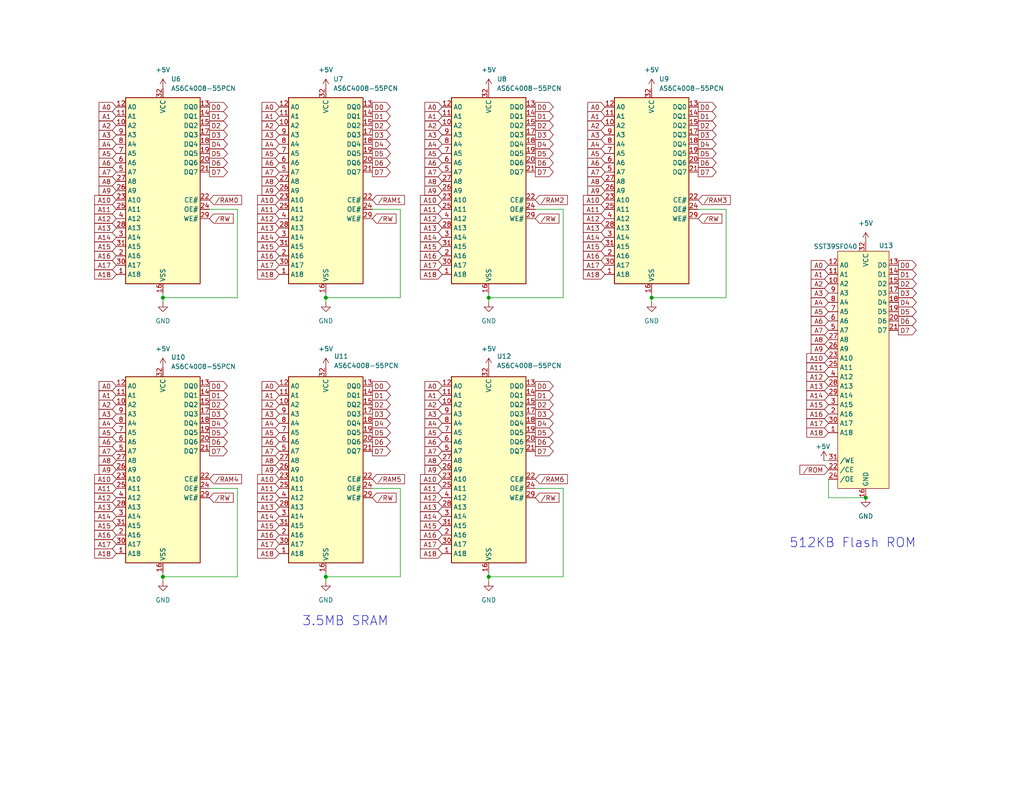
<source format=kicad_sch>
(kicad_sch (version 20231120) (generator "eeschema") (generator_version "8.0")
  (paper "A")
  (title_block (title "Mackerel-08 SBC v1") (date "2024-06-22") (rev "1.0a") (company "Colin Maykish") (comment 1 "github.com/crmaykish/mackerel-68k"))
  (lib_symbols
    (symbol "Memory_RAM:AS6C4008-55PCN"
      (property "Reference" "U" (at -10.16 26.035 0))
      (property "Value" "AS6C4008-55PCN" (at 2.54 26.035 0))
      (symbol "AS6C4008-55PCN_0_0"
        (pin power_in line (at 0 -27.94 90) (length 2.54) (name "VSS") (number "16"))
        (pin power_in line (at 0 27.94 270) (length 2.54) (name "VCC") (number "32"))
      )
      (symbol "AS6C4008-55PCN_0_1"
        (rectangle (start -10.16 25.4) (end 10.16 -25.4) (stroke (width 0.254)) (fill (type background)))
      )
      (symbol "AS6C4008-55PCN_1_1"
        (pin input line (at -12.7 -22.86 0) (length 2.54) (name "A18") (number "1"))
        (pin input line (at -12.7 17.78 0) (length 2.54) (name "A2") (number "10"))
        (pin input line (at -12.7 20.32 0) (length 2.54) (name "A1") (number "11"))
        (pin input line (at -12.7 22.86 0) (length 2.54) (name "A0") (number "12"))
        (pin tri_state line (at 12.7 22.86 180) (length 2.54) (name "DQ0") (number "13"))
        (pin tri_state line (at 12.7 20.32 180) (length 2.54) (name "DQ1") (number "14"))
        (pin tri_state line (at 12.7 17.78 180) (length 2.54) (name "DQ2") (number "15"))
        (pin tri_state line (at 12.7 15.24 180) (length 2.54) (name "DQ3") (number "17"))
        (pin tri_state line (at 12.7 12.7 180) (length 2.54) (name "DQ4") (number "18"))
        (pin tri_state line (at 12.7 10.16 180) (length 2.54) (name "DQ5") (number "19"))
        (pin input line (at -12.7 -17.78 0) (length 2.54) (name "A16") (number "2"))
        (pin tri_state line (at 12.7 7.62 180) (length 2.54) (name "DQ6") (number "20"))
        (pin tri_state line (at 12.7 5.08 180) (length 2.54) (name "DQ7") (number "21"))
        (pin input line (at 12.7 -2.54 180) (length 2.54) (name "CE#") (number "22"))
        (pin input line (at -12.7 -2.54 0) (length 2.54) (name "A10") (number "23"))
        (pin input line (at 12.7 -5.08 180) (length 2.54) (name "OE#") (number "24"))
        (pin input line (at -12.7 -5.08 0) (length 2.54) (name "A11") (number "25"))
        (pin input line (at -12.7 0 0) (length 2.54) (name "A9") (number "26"))
        (pin input line (at -12.7 2.54 0) (length 2.54) (name "A8") (number "27"))
        (pin input line (at -12.7 -10.16 0) (length 2.54) (name "A13") (number "28"))
        (pin input line (at 12.7 -7.62 180) (length 2.54) (name "WE#") (number "29"))
        (pin input line (at -12.7 -12.7 0) (length 2.54) (name "A14") (number "3"))
        (pin input line (at -12.7 -20.32 0) (length 2.54) (name "A17") (number "30"))
        (pin input line (at -12.7 -15.24 0) (length 2.54) (name "A15") (number "31"))
        (pin input line (at -12.7 -7.62 0) (length 2.54) (name "A12") (number "4"))
        (pin input line (at -12.7 5.08 0) (length 2.54) (name "A7") (number "5"))
        (pin input line (at -12.7 7.62 0) (length 2.54) (name "A6") (number "6"))
        (pin input line (at -12.7 10.16 0) (length 2.54) (name "A5") (number "7"))
        (pin input line (at -12.7 12.7 0) (length 2.54) (name "A4") (number "8"))
        (pin input line (at -12.7 15.24 0) (length 2.54) (name "A3") (number "9"))
      )
    )
    (symbol "mackerel-68k-symbols:SST39SF040"
      (property "Reference" "U" (at 5.08 35.56 0))
      (property "Value" "SST39SF040" (at 0 -19.05 0))
      (symbol "SST39SF040_0_1"
        (rectangle (start -6.35 34.29) (end 7.62 -30.48) (fill (type background)))
      )
      (symbol "SST39SF040_1_1"
        (pin input line (at -8.89 -15.24 0) (length 2.54) (name "A18") (number "1"))
        (pin input line (at -8.89 25.4 0) (length 2.54) (name "A2") (number "10"))
        (pin input line (at -8.89 27.94 0) (length 2.54) (name "A1") (number "11"))
        (pin input line (at -8.89 30.48 0) (length 2.54) (name "A0") (number "12"))
        (pin bidirectional line (at 10.16 30.48 180) (length 2.54) (name "D0") (number "13"))
        (pin bidirectional line (at 10.16 27.94 180) (length 2.54) (name "D1") (number "14"))
        (pin bidirectional line (at 10.16 25.4 180) (length 2.54) (name "D2") (number "15"))
        (pin power_in line (at 1.27 -33.02 90) (length 2.54) (name "GND") (number "16"))
        (pin bidirectional line (at 10.16 22.86 180) (length 2.54) (name "D3") (number "17"))
        (pin bidirectional line (at 10.16 20.32 180) (length 2.54) (name "D4") (number "18"))
        (pin bidirectional line (at 10.16 17.78 180) (length 2.54) (name "D5") (number "19"))
        (pin input line (at -8.89 -10.16 0) (length 2.54) (name "A16") (number "2"))
        (pin bidirectional line (at 10.16 15.24 180) (length 2.54) (name "D6") (number "20"))
        (pin bidirectional line (at 10.16 12.7 180) (length 2.54) (name "D7") (number "21"))
        (pin input line (at -8.89 -25.4 0) (length 2.54) (name "/CE") (number "22"))
        (pin input line (at -8.89 5.08 0) (length 2.54) (name "A10") (number "23"))
        (pin input line (at -8.89 -27.94 0) (length 2.54) (name "/OE") (number "24"))
        (pin input line (at -8.89 2.54 0) (length 2.54) (name "A11") (number "25"))
        (pin input line (at -8.89 7.62 0) (length 2.54) (name "A9") (number "26"))
        (pin input line (at -8.89 10.16 0) (length 2.54) (name "A8") (number "27"))
        (pin input line (at -8.89 -2.54 0) (length 2.54) (name "A13") (number "28"))
        (pin input line (at -8.89 -5.08 0) (length 2.54) (name "A14") (number "29"))
        (pin input line (at -8.89 -7.62 0) (length 2.54) (name "A15") (number "3"))
        (pin input line (at -8.89 -12.7 0) (length 2.54) (name "A17") (number "30"))
        (pin input line (at -8.89 -22.86 0) (length 2.54) (name "/WE") (number "31"))
        (pin power_in line (at 1.27 36.83 270) (length 2.54) (name "VCC") (number "32"))
        (pin input line (at -8.89 0 0) (length 2.54) (name "A12") (number "4"))
        (pin input line (at -8.89 12.7 0) (length 2.54) (name "A7") (number "5"))
        (pin input line (at -8.89 15.24 0) (length 2.54) (name "A6") (number "6"))
        (pin input line (at -8.89 17.78 0) (length 2.54) (name "A5") (number "7"))
        (pin input line (at -8.89 20.32 0) (length 2.54) (name "A4") (number "8"))
        (pin input line (at -8.89 22.86 0) (length 2.54) (name "A3") (number "9"))
      )
    )
    (symbol "power:+5V" (power) (pin_numbers hide) (pin_names (offset 0) hide)
      (property "Value" "+5V" (at 0 3.556 0))
      (symbol "+5V_0_1"
        (polyline (pts (xy -0.762 1.27) (xy 0 2.54)))
        (polyline (pts (xy 0 0) (xy 0 2.54)))
        (polyline (pts (xy 0 2.54) (xy 0.762 1.27)))
      )
      (symbol "+5V_1_1"
        (pin power_in line (at 0 0 90) (length 0) (name "~") (number "1"))
      )
    )
    (symbol "power:GND" (power) (pin_numbers hide) (pin_names (offset 0) hide)
      (property "Value" "GND" (at 0 -3.81 0))
      (symbol "GND_0_1"
        (polyline (pts (xy 0 0) (xy 0 -1.27) (xy 1.27 -1.27) (xy 0 -2.54) (xy -1.27 -1.27) (xy 0 -1.27)))
      )
      (symbol "GND_1_1"
        (pin power_in line (at 0 0 270) (length 0) (name "~") (number "1"))
      )
    )
  )
  (junction (at 44.45 81.28))
  (junction (at 133.35 157.48))
  (junction (at 177.8 81.28))
  (junction (at 88.9 157.48))
  (junction (at 88.9 81.28))
  (junction (at 133.35 81.28))
  (junction (at 236.22 135.89))
  (junction (at 44.45 157.48))
  (wire (pts (xy 109.22 133.35) (xy 109.22 157.48)))
  (wire (pts (xy 190.5 57.15) (xy 198.12 57.15)))
  (wire (pts (xy 153.67 157.48) (xy 133.35 157.48)))
  (wire (pts (xy 44.45 157.48) (xy 44.45 156.21)))
  (wire (pts (xy 57.15 133.35) (xy 64.77 133.35)))
  (wire (pts (xy 198.12 57.15) (xy 198.12 81.28)))
  (wire (pts (xy 153.67 81.28) (xy 133.35 81.28)))
  (wire (pts (xy 109.22 81.28) (xy 88.9 81.28)))
  (wire (pts (xy 153.67 57.15) (xy 153.67 81.28)))
  (wire (pts (xy 177.8 81.28) (xy 177.8 80.01)))
  (wire (pts (xy 88.9 82.55) (xy 88.9 81.28)))
  (wire (pts (xy 109.22 157.48) (xy 88.9 157.48)))
  (wire (pts (xy 146.05 133.35) (xy 153.67 133.35)))
  (wire (pts (xy 101.6 133.35) (xy 109.22 133.35)))
  (wire (pts (xy 153.67 133.35) (xy 153.67 157.48)))
  (wire (pts (xy 44.45 82.55) (xy 44.45 81.28)))
  (wire (pts (xy 236.22 135.89) (xy 226.06 135.89)))
  (wire (pts (xy 226.06 135.89) (xy 226.06 130.81)))
  (wire (pts (xy 88.9 158.75) (xy 88.9 157.48)))
  (wire (pts (xy 44.45 158.75) (xy 44.45 157.48)))
  (wire (pts (xy 224.79 125.73) (xy 226.06 125.73)))
  (wire (pts (xy 133.35 157.48) (xy 133.35 156.21)))
  (wire (pts (xy 133.35 81.28) (xy 133.35 80.01)))
  (wire (pts (xy 44.45 81.28) (xy 44.45 80.01)))
  (wire (pts (xy 133.35 82.55) (xy 133.35 81.28)))
  (wire (pts (xy 109.22 57.15) (xy 109.22 81.28)))
  (wire (pts (xy 64.77 133.35) (xy 64.77 157.48)))
  (wire (pts (xy 57.15 57.15) (xy 64.77 57.15)))
  (wire (pts (xy 101.6 57.15) (xy 109.22 57.15)))
  (wire (pts (xy 64.77 81.28) (xy 44.45 81.28)))
  (wire (pts (xy 198.12 81.28) (xy 177.8 81.28)))
  (wire (pts (xy 64.77 157.48) (xy 44.45 157.48)))
  (wire (pts (xy 88.9 81.28) (xy 88.9 80.01)))
  (wire (pts (xy 64.77 57.15) (xy 64.77 81.28)))
  (wire (pts (xy 133.35 158.75) (xy 133.35 157.48)))
  (wire (pts (xy 146.05 57.15) (xy 153.67 57.15)))
  (wire (pts (xy 177.8 82.55) (xy 177.8 81.28)))
  (wire (pts (xy 88.9 157.48) (xy 88.9 156.21)))
  (text "512KB Flash ROM" (at 232.664 148.336 0) (effects (font (size 2.54 2.54))))
  (text "3.5MB SRAM" (at 94.234 169.672 0) (effects (font (size 2.54 2.54))))
  (global_label "{slash}RW" (shape input) (at 57.15 135.89 0) (property "Intersheetrefs" "${INTERSHEET_REFS}" (effects (hide yes))))
  (global_label "A16" (shape input) (at 120.65 146.05 180) (property "Intersheetrefs" "${INTERSHEET_REFS}" (effects (hide yes))))
  (global_label "A11" (shape input) (at 31.75 57.15 180) (property "Intersheetrefs" "${INTERSHEET_REFS}" (effects (hide yes))))
  (global_label "A5" (shape input) (at 165.1 41.91 180) (property "Intersheetrefs" "${INTERSHEET_REFS}" (effects (hide yes))))
  (global_label "A13" (shape input) (at 76.2 62.23 180) (property "Intersheetrefs" "${INTERSHEET_REFS}" (effects (hide yes))))
  (global_label "D5" (shape output) (at 245.11 85.09 0) (property "Intersheetrefs" "${INTERSHEET_REFS}" (effects (hide yes))))
  (global_label "D4" (shape output) (at 146.05 39.37 0) (property "Intersheetrefs" "${INTERSHEET_REFS}" (effects (hide yes))))
  (global_label "D7" (shape output) (at 101.6 46.99 0) (property "Intersheetrefs" "${INTERSHEET_REFS}" (effects (hide yes))))
  (global_label "A0" (shape input) (at 120.65 105.41 180) (property "Intersheetrefs" "${INTERSHEET_REFS}" (effects (hide yes))))
  (global_label "A12" (shape input) (at 76.2 135.89 180) (property "Intersheetrefs" "${INTERSHEET_REFS}" (effects (hide yes))))
  (global_label "D0" (shape output) (at 245.11 72.39 0) (property "Intersheetrefs" "${INTERSHEET_REFS}" (effects (hide yes))))
  (global_label "A12" (shape input) (at 31.75 135.89 180) (property "Intersheetrefs" "${INTERSHEET_REFS}" (effects (hide yes))))
  (global_label "A6" (shape input) (at 120.65 44.45 180) (property "Intersheetrefs" "${INTERSHEET_REFS}" (effects (hide yes))))
  (global_label "A2" (shape input) (at 76.2 34.29 180) (property "Intersheetrefs" "${INTERSHEET_REFS}" (effects (hide yes))))
  (global_label "D3" (shape output) (at 101.6 36.83 0) (property "Intersheetrefs" "${INTERSHEET_REFS}" (effects (hide yes))))
  (global_label "D4" (shape output) (at 57.15 115.57 0) (property "Intersheetrefs" "${INTERSHEET_REFS}" (effects (hide yes))))
  (global_label "A7" (shape input) (at 120.65 46.99 180) (property "Intersheetrefs" "${INTERSHEET_REFS}" (effects (hide yes))))
  (global_label "A1" (shape input) (at 31.75 107.95 180) (property "Intersheetrefs" "${INTERSHEET_REFS}" (effects (hide yes))))
  (global_label "A12" (shape input) (at 226.06 102.87 180) (property "Intersheetrefs" "${INTERSHEET_REFS}" (effects (hide yes))))
  (global_label "D2" (shape output) (at 101.6 110.49 0) (property "Intersheetrefs" "${INTERSHEET_REFS}" (effects (hide yes))))
  (global_label "{slash}RAM0" (shape input) (at 57.15 54.61 0) (property "Intersheetrefs" "${INTERSHEET_REFS}" (effects (hide yes))))
  (global_label "A7" (shape input) (at 226.06 90.17 180) (property "Intersheetrefs" "${INTERSHEET_REFS}" (effects (hide yes))))
  (global_label "{slash}RAM6" (shape input) (at 146.05 130.81 0) (property "Intersheetrefs" "${INTERSHEET_REFS}" (effects (hide yes))))
  (global_label "A15" (shape input) (at 120.65 67.31 180) (property "Intersheetrefs" "${INTERSHEET_REFS}" (effects (hide yes))))
  (global_label "A6" (shape input) (at 76.2 120.65 180) (property "Intersheetrefs" "${INTERSHEET_REFS}" (effects (hide yes))))
  (global_label "A10" (shape input) (at 120.65 130.81 180) (property "Intersheetrefs" "${INTERSHEET_REFS}" (effects (hide yes))))
  (global_label "D5" (shape output) (at 57.15 41.91 0) (property "Intersheetrefs" "${INTERSHEET_REFS}" (effects (hide yes))))
  (global_label "A16" (shape input) (at 226.06 113.03 180) (property "Intersheetrefs" "${INTERSHEET_REFS}" (effects (hide yes))))
  (global_label "A8" (shape input) (at 76.2 49.53 180) (property "Intersheetrefs" "${INTERSHEET_REFS}" (effects (hide yes))))
  (global_label "A0" (shape input) (at 31.75 105.41 180) (property "Intersheetrefs" "${INTERSHEET_REFS}" (effects (hide yes))))
  (global_label "A1" (shape input) (at 76.2 31.75 180) (property "Intersheetrefs" "${INTERSHEET_REFS}" (effects (hide yes))))
  (global_label "A7" (shape input) (at 120.65 123.19 180) (property "Intersheetrefs" "${INTERSHEET_REFS}" (effects (hide yes))))
  (global_label "A11" (shape input) (at 120.65 133.35 180) (property "Intersheetrefs" "${INTERSHEET_REFS}" (effects (hide yes))))
  (global_label "A5" (shape input) (at 226.06 85.09 180) (property "Intersheetrefs" "${INTERSHEET_REFS}" (effects (hide yes))))
  (global_label "A16" (shape input) (at 120.65 69.85 180) (property "Intersheetrefs" "${INTERSHEET_REFS}" (effects (hide yes))))
  (global_label "D2" (shape output) (at 245.11 77.47 0) (property "Intersheetrefs" "${INTERSHEET_REFS}" (effects (hide yes))))
  (global_label "A0" (shape input) (at 226.06 72.39 180) (property "Intersheetrefs" "${INTERSHEET_REFS}" (effects (hide yes))))
  (global_label "A18" (shape input) (at 31.75 74.93 180) (property "Intersheetrefs" "${INTERSHEET_REFS}" (effects (hide yes))))
  (global_label "A4" (shape input) (at 226.06 82.55 180) (property "Intersheetrefs" "${INTERSHEET_REFS}" (effects (hide yes))))
  (global_label "A16" (shape input) (at 31.75 69.85 180) (property "Intersheetrefs" "${INTERSHEET_REFS}" (effects (hide yes))))
  (global_label "D1" (shape output) (at 101.6 107.95 0) (property "Intersheetrefs" "${INTERSHEET_REFS}" (effects (hide yes))))
  (global_label "D2" (shape output) (at 146.05 110.49 0) (property "Intersheetrefs" "${INTERSHEET_REFS}" (effects (hide yes))))
  (global_label "{slash}RAM1" (shape input) (at 101.6 54.61 0) (property "Intersheetrefs" "${INTERSHEET_REFS}" (effects (hide yes))))
  (global_label "D4" (shape output) (at 57.15 39.37 0) (property "Intersheetrefs" "${INTERSHEET_REFS}" (effects (hide yes))))
  (global_label "{slash}RW" (shape input) (at 101.6 59.69 0) (property "Intersheetrefs" "${INTERSHEET_REFS}" (effects (hide yes))))
  (global_label "A10" (shape input) (at 226.06 97.79 180) (property "Intersheetrefs" "${INTERSHEET_REFS}" (effects (hide yes))))
  (global_label "A5" (shape input) (at 120.65 41.91 180) (property "Intersheetrefs" "${INTERSHEET_REFS}" (effects (hide yes))))
  (global_label "A2" (shape input) (at 76.2 110.49 180) (property "Intersheetrefs" "${INTERSHEET_REFS}" (effects (hide yes))))
  (global_label "D1" (shape output) (at 146.05 107.95 0) (property "Intersheetrefs" "${INTERSHEET_REFS}" (effects (hide yes))))
  (global_label "A4" (shape input) (at 76.2 115.57 180) (property "Intersheetrefs" "${INTERSHEET_REFS}" (effects (hide yes))))
  (global_label "{slash}RW" (shape input) (at 146.05 135.89 0) (property "Intersheetrefs" "${INTERSHEET_REFS}" (effects (hide yes))))
  (global_label "A3" (shape input) (at 31.75 113.03 180) (property "Intersheetrefs" "${INTERSHEET_REFS}" (effects (hide yes))))
  (global_label "A14" (shape input) (at 120.65 140.97 180) (property "Intersheetrefs" "${INTERSHEET_REFS}" (effects (hide yes))))
  (global_label "A10" (shape input) (at 31.75 130.81 180) (property "Intersheetrefs" "${INTERSHEET_REFS}" (effects (hide yes))))
  (global_label "D6" (shape output) (at 101.6 120.65 0) (property "Intersheetrefs" "${INTERSHEET_REFS}" (effects (hide yes))))
  (global_label "A11" (shape input) (at 120.65 57.15 180) (property "Intersheetrefs" "${INTERSHEET_REFS}" (effects (hide yes))))
  (global_label "D7" (shape output) (at 190.5 46.99 0) (property "Intersheetrefs" "${INTERSHEET_REFS}" (effects (hide yes))))
  (global_label "D7" (shape output) (at 57.15 123.19 0) (property "Intersheetrefs" "${INTERSHEET_REFS}" (effects (hide yes))))
  (global_label "A6" (shape input) (at 76.2 44.45 180) (property "Intersheetrefs" "${INTERSHEET_REFS}" (effects (hide yes))))
  (global_label "D3" (shape output) (at 146.05 113.03 0) (property "Intersheetrefs" "${INTERSHEET_REFS}" (effects (hide yes))))
  (global_label "A1" (shape input) (at 120.65 107.95 180) (property "Intersheetrefs" "${INTERSHEET_REFS}" (effects (hide yes))))
  (global_label "D2" (shape output) (at 146.05 34.29 0) (property "Intersheetrefs" "${INTERSHEET_REFS}" (effects (hide yes))))
  (global_label "A5" (shape input) (at 31.75 118.11 180) (property "Intersheetrefs" "${INTERSHEET_REFS}" (effects (hide yes))))
  (global_label "D1" (shape output) (at 190.5 31.75 0) (property "Intersheetrefs" "${INTERSHEET_REFS}" (effects (hide yes))))
  (global_label "A17" (shape input) (at 31.75 148.59 180) (property "Intersheetrefs" "${INTERSHEET_REFS}" (effects (hide yes))))
  (global_label "A4" (shape input) (at 31.75 115.57 180) (property "Intersheetrefs" "${INTERSHEET_REFS}" (effects (hide yes))))
  (global_label "A13" (shape input) (at 120.65 62.23 180) (property "Intersheetrefs" "${INTERSHEET_REFS}" (effects (hide yes))))
  (global_label "A17" (shape input) (at 76.2 148.59 180) (property "Intersheetrefs" "${INTERSHEET_REFS}" (effects (hide yes))))
  (global_label "A0" (shape input) (at 76.2 29.21 180) (property "Intersheetrefs" "${INTERSHEET_REFS}" (effects (hide yes))))
  (global_label "A9" (shape input) (at 31.75 128.27 180) (property "Intersheetrefs" "${INTERSHEET_REFS}" (effects (hide yes))))
  (global_label "D4" (shape output) (at 245.11 82.55 0) (property "Intersheetrefs" "${INTERSHEET_REFS}" (effects (hide yes))))
  (global_label "D4" (shape output) (at 101.6 39.37 0) (property "Intersheetrefs" "${INTERSHEET_REFS}" (effects (hide yes))))
  (global_label "A10" (shape input) (at 31.75 54.61 180) (property "Intersheetrefs" "${INTERSHEET_REFS}" (effects (hide yes))))
  (global_label "A17" (shape input) (at 31.75 72.39 180) (property "Intersheetrefs" "${INTERSHEET_REFS}" (effects (hide yes))))
  (global_label "A2" (shape input) (at 226.06 77.47 180) (property "Intersheetrefs" "${INTERSHEET_REFS}" (effects (hide yes))))
  (global_label "D2" (shape output) (at 57.15 110.49 0) (property "Intersheetrefs" "${INTERSHEET_REFS}" (effects (hide yes))))
  (global_label "A9" (shape input) (at 165.1 52.07 180) (property "Intersheetrefs" "${INTERSHEET_REFS}" (effects (hide yes))))
  (global_label "A14" (shape input) (at 31.75 64.77 180) (property "Intersheetrefs" "${INTERSHEET_REFS}" (effects (hide yes))))
  (global_label "A7" (shape input) (at 76.2 123.19 180) (property "Intersheetrefs" "${INTERSHEET_REFS}" (effects (hide yes))))
  (global_label "D3" (shape output) (at 57.15 36.83 0) (property "Intersheetrefs" "${INTERSHEET_REFS}" (effects (hide yes))))
  (global_label "A3" (shape input) (at 120.65 113.03 180) (property "Intersheetrefs" "${INTERSHEET_REFS}" (effects (hide yes))))
  (global_label "A11" (shape input) (at 165.1 57.15 180) (property "Intersheetrefs" "${INTERSHEET_REFS}" (effects (hide yes))))
  (global_label "D1" (shape output) (at 57.15 31.75 0) (property "Intersheetrefs" "${INTERSHEET_REFS}" (effects (hide yes))))
  (global_label "D3" (shape output) (at 57.15 113.03 0) (property "Intersheetrefs" "${INTERSHEET_REFS}" (effects (hide yes))))
  (global_label "A17" (shape input) (at 226.06 115.57 180) (property "Intersheetrefs" "${INTERSHEET_REFS}" (effects (hide yes))))
  (global_label "A8" (shape input) (at 120.65 49.53 180) (property "Intersheetrefs" "${INTERSHEET_REFS}" (effects (hide yes))))
  (global_label "A15" (shape input) (at 165.1 67.31 180) (property "Intersheetrefs" "${INTERSHEET_REFS}" (effects (hide yes))))
  (global_label "A17" (shape input) (at 120.65 148.59 180) (property "Intersheetrefs" "${INTERSHEET_REFS}" (effects (hide yes))))
  (global_label "A9" (shape input) (at 226.06 95.25 180) (property "Intersheetrefs" "${INTERSHEET_REFS}" (effects (hide yes))))
  (global_label "D6" (shape output) (at 146.05 120.65 0) (property "Intersheetrefs" "${INTERSHEET_REFS}" (effects (hide yes))))
  (global_label "A2" (shape input) (at 120.65 110.49 180) (property "Intersheetrefs" "${INTERSHEET_REFS}" (effects (hide yes))))
  (global_label "A4" (shape input) (at 31.75 39.37 180) (property "Intersheetrefs" "${INTERSHEET_REFS}" (effects (hide yes))))
  (global_label "A3" (shape input) (at 120.65 36.83 180) (property "Intersheetrefs" "${INTERSHEET_REFS}" (effects (hide yes))))
  (global_label "A11" (shape input) (at 31.75 133.35 180) (property "Intersheetrefs" "${INTERSHEET_REFS}" (effects (hide yes))))
  (global_label "D6" (shape output) (at 101.6 44.45 0) (property "Intersheetrefs" "${INTERSHEET_REFS}" (effects (hide yes))))
  (global_label "A6" (shape input) (at 120.65 120.65 180) (property "Intersheetrefs" "${INTERSHEET_REFS}" (effects (hide yes))))
  (global_label "D5" (shape output) (at 146.05 41.91 0) (property "Intersheetrefs" "${INTERSHEET_REFS}" (effects (hide yes))))
  (global_label "A12" (shape input) (at 31.75 59.69 180) (property "Intersheetrefs" "${INTERSHEET_REFS}" (effects (hide yes))))
  (global_label "A7" (shape input) (at 165.1 46.99 180) (property "Intersheetrefs" "${INTERSHEET_REFS}" (effects (hide yes))))
  (global_label "D1" (shape output) (at 146.05 31.75 0) (property "Intersheetrefs" "${INTERSHEET_REFS}" (effects (hide yes))))
  (global_label "A15" (shape input) (at 120.65 143.51 180) (property "Intersheetrefs" "${INTERSHEET_REFS}" (effects (hide yes))))
  (global_label "A1" (shape input) (at 226.06 74.93 180) (property "Intersheetrefs" "${INTERSHEET_REFS}" (effects (hide yes))))
  (global_label "A18" (shape input) (at 120.65 74.93 180) (property "Intersheetrefs" "${INTERSHEET_REFS}" (effects (hide yes))))
  (global_label "A16" (shape input) (at 165.1 69.85 180) (property "Intersheetrefs" "${INTERSHEET_REFS}" (effects (hide yes))))
  (global_label "A18" (shape input) (at 226.06 118.11 180) (property "Intersheetrefs" "${INTERSHEET_REFS}" (effects (hide yes))))
  (global_label "A18" (shape input) (at 165.1 74.93 180) (property "Intersheetrefs" "${INTERSHEET_REFS}" (effects (hide yes))))
  (global_label "A1" (shape input) (at 76.2 107.95 180) (property "Intersheetrefs" "${INTERSHEET_REFS}" (effects (hide yes))))
  (global_label "D7" (shape output) (at 101.6 123.19 0) (property "Intersheetrefs" "${INTERSHEET_REFS}" (effects (hide yes))))
  (global_label "A8" (shape input) (at 76.2 125.73 180) (property "Intersheetrefs" "${INTERSHEET_REFS}" (effects (hide yes))))
  (global_label "A7" (shape input) (at 31.75 46.99 180) (property "Intersheetrefs" "${INTERSHEET_REFS}" (effects (hide yes))))
  (global_label "A3" (shape input) (at 165.1 36.83 180) (property "Intersheetrefs" "${INTERSHEET_REFS}" (effects (hide yes))))
  (global_label "D0" (shape output) (at 101.6 29.21 0) (property "Intersheetrefs" "${INTERSHEET_REFS}" (effects (hide yes))))
  (global_label "D6" (shape output) (at 190.5 44.45 0) (property "Intersheetrefs" "${INTERSHEET_REFS}" (effects (hide yes))))
  (global_label "A10" (shape input) (at 76.2 130.81 180) (property "Intersheetrefs" "${INTERSHEET_REFS}" (effects (hide yes))))
  (global_label "A15" (shape input) (at 76.2 67.31 180) (property "Intersheetrefs" "${INTERSHEET_REFS}" (effects (hide yes))))
  (global_label "A18" (shape input) (at 120.65 151.13 180) (property "Intersheetrefs" "${INTERSHEET_REFS}" (effects (hide yes))))
  (global_label "A13" (shape input) (at 165.1 62.23 180) (property "Intersheetrefs" "${INTERSHEET_REFS}" (effects (hide yes))))
  (global_label "A13" (shape input) (at 76.2 138.43 180) (property "Intersheetrefs" "${INTERSHEET_REFS}" (effects (hide yes))))
  (global_label "A17" (shape input) (at 76.2 72.39 180) (property "Intersheetrefs" "${INTERSHEET_REFS}" (effects (hide yes))))
  (global_label "A10" (shape input) (at 76.2 54.61 180) (property "Intersheetrefs" "${INTERSHEET_REFS}" (effects (hide yes))))
  (global_label "D2" (shape output) (at 101.6 34.29 0) (property "Intersheetrefs" "${INTERSHEET_REFS}" (effects (hide yes))))
  (global_label "D5" (shape output) (at 101.6 41.91 0) (property "Intersheetrefs" "${INTERSHEET_REFS}" (effects (hide yes))))
  (global_label "A1" (shape input) (at 120.65 31.75 180) (property "Intersheetrefs" "${INTERSHEET_REFS}" (effects (hide yes))))
  (global_label "A4" (shape input) (at 165.1 39.37 180) (property "Intersheetrefs" "${INTERSHEET_REFS}" (effects (hide yes))))
  (global_label "{slash}ROM" (shape input) (at 226.06 128.27 180) (property "Intersheetrefs" "${INTERSHEET_REFS}" (effects (hide yes))))
  (global_label "{slash}RW" (shape input) (at 190.5 59.69 0) (property "Intersheetrefs" "${INTERSHEET_REFS}" (effects (hide yes))))
  (global_label "A10" (shape input) (at 165.1 54.61 180) (property "Intersheetrefs" "${INTERSHEET_REFS}" (effects (hide yes))))
  (global_label "A17" (shape input) (at 120.65 72.39 180) (property "Intersheetrefs" "${INTERSHEET_REFS}" (effects (hide yes))))
  (global_label "D0" (shape output) (at 57.15 105.41 0) (property "Intersheetrefs" "${INTERSHEET_REFS}" (effects (hide yes))))
  (global_label "D3" (shape output) (at 245.11 80.01 0) (property "Intersheetrefs" "${INTERSHEET_REFS}" (effects (hide yes))))
  (global_label "D5" (shape output) (at 190.5 41.91 0) (property "Intersheetrefs" "${INTERSHEET_REFS}" (effects (hide yes))))
  (global_label "A15" (shape input) (at 31.75 143.51 180) (property "Intersheetrefs" "${INTERSHEET_REFS}" (effects (hide yes))))
  (global_label "A8" (shape input) (at 31.75 49.53 180) (property "Intersheetrefs" "${INTERSHEET_REFS}" (effects (hide yes))))
  (global_label "A6" (shape input) (at 31.75 44.45 180) (property "Intersheetrefs" "${INTERSHEET_REFS}" (effects (hide yes))))
  (global_label "D1" (shape output) (at 57.15 107.95 0) (property "Intersheetrefs" "${INTERSHEET_REFS}" (effects (hide yes))))
  (global_label "{slash}RW" (shape input) (at 101.6 135.89 0) (property "Intersheetrefs" "${INTERSHEET_REFS}" (effects (hide yes))))
  (global_label "D1" (shape output) (at 101.6 31.75 0) (property "Intersheetrefs" "${INTERSHEET_REFS}" (effects (hide yes))))
  (global_label "D5" (shape output) (at 57.15 118.11 0) (property "Intersheetrefs" "${INTERSHEET_REFS}" (effects (hide yes))))
  (global_label "A14" (shape input) (at 120.65 64.77 180) (property "Intersheetrefs" "${INTERSHEET_REFS}" (effects (hide yes))))
  (global_label "A13" (shape input) (at 31.75 138.43 180) (property "Intersheetrefs" "${INTERSHEET_REFS}" (effects (hide yes))))
  (global_label "A14" (shape input) (at 165.1 64.77 180) (property "Intersheetrefs" "${INTERSHEET_REFS}" (effects (hide yes))))
  (global_label "A1" (shape input) (at 165.1 31.75 180) (property "Intersheetrefs" "${INTERSHEET_REFS}" (effects (hide yes))))
  (global_label "A14" (shape input) (at 226.06 107.95 180) (property "Intersheetrefs" "${INTERSHEET_REFS}" (effects (hide yes))))
  (global_label "A16" (shape input) (at 76.2 146.05 180) (property "Intersheetrefs" "${INTERSHEET_REFS}" (effects (hide yes))))
  (global_label "A7" (shape input) (at 31.75 123.19 180) (property "Intersheetrefs" "${INTERSHEET_REFS}" (effects (hide yes))))
  (global_label "D5" (shape output) (at 101.6 118.11 0) (property "Intersheetrefs" "${INTERSHEET_REFS}" (effects (hide yes))))
  (global_label "A9" (shape input) (at 120.65 128.27 180) (property "Intersheetrefs" "${INTERSHEET_REFS}" (effects (hide yes))))
  (global_label "D7" (shape output) (at 146.05 46.99 0) (property "Intersheetrefs" "${INTERSHEET_REFS}" (effects (hide yes))))
  (global_label "A9" (shape input) (at 76.2 128.27 180) (property "Intersheetrefs" "${INTERSHEET_REFS}" (effects (hide yes))))
  (global_label "A4" (shape input) (at 76.2 39.37 180) (property "Intersheetrefs" "${INTERSHEET_REFS}" (effects (hide yes))))
  (global_label "A11" (shape input) (at 76.2 133.35 180) (property "Intersheetrefs" "${INTERSHEET_REFS}" (effects (hide yes))))
  (global_label "A12" (shape input) (at 120.65 135.89 180) (property "Intersheetrefs" "${INTERSHEET_REFS}" (effects (hide yes))))
  (global_label "A5" (shape input) (at 31.75 41.91 180) (property "Intersheetrefs" "${INTERSHEET_REFS}" (effects (hide yes))))
  (global_label "D0" (shape output) (at 146.05 29.21 0) (property "Intersheetrefs" "${INTERSHEET_REFS}" (effects (hide yes))))
  (global_label "D7" (shape output) (at 57.15 46.99 0) (property "Intersheetrefs" "${INTERSHEET_REFS}" (effects (hide yes))))
  (global_label "D0" (shape output) (at 146.05 105.41 0) (property "Intersheetrefs" "${INTERSHEET_REFS}" (effects (hide yes))))
  (global_label "A6" (shape input) (at 31.75 120.65 180) (property "Intersheetrefs" "${INTERSHEET_REFS}" (effects (hide yes))))
  (global_label "A17" (shape input) (at 165.1 72.39 180) (property "Intersheetrefs" "${INTERSHEET_REFS}" (effects (hide yes))))
  (global_label "A13" (shape input) (at 120.65 138.43 180) (property "Intersheetrefs" "${INTERSHEET_REFS}" (effects (hide yes))))
  (global_label "A16" (shape input) (at 76.2 69.85 180) (property "Intersheetrefs" "${INTERSHEET_REFS}" (effects (hide yes))))
  (global_label "D0" (shape output) (at 101.6 105.41 0) (property "Intersheetrefs" "${INTERSHEET_REFS}" (effects (hide yes))))
  (global_label "A0" (shape input) (at 76.2 105.41 180) (property "Intersheetrefs" "${INTERSHEET_REFS}" (effects (hide yes))))
  (global_label "D5" (shape output) (at 146.05 118.11 0) (property "Intersheetrefs" "${INTERSHEET_REFS}" (effects (hide yes))))
  (global_label "A5" (shape input) (at 76.2 118.11 180) (property "Intersheetrefs" "${INTERSHEET_REFS}" (effects (hide yes))))
  (global_label "D3" (shape output) (at 190.5 36.83 0) (property "Intersheetrefs" "${INTERSHEET_REFS}" (effects (hide yes))))
  (global_label "D0" (shape output) (at 190.5 29.21 0) (property "Intersheetrefs" "${INTERSHEET_REFS}" (effects (hide yes))))
  (global_label "A10" (shape input) (at 120.65 54.61 180) (property "Intersheetrefs" "${INTERSHEET_REFS}" (effects (hide yes))))
  (global_label "A2" (shape input) (at 31.75 110.49 180) (property "Intersheetrefs" "${INTERSHEET_REFS}" (effects (hide yes))))
  (global_label "A9" (shape input) (at 120.65 52.07 180) (property "Intersheetrefs" "${INTERSHEET_REFS}" (effects (hide yes))))
  (global_label "A18" (shape input) (at 76.2 74.93 180) (property "Intersheetrefs" "${INTERSHEET_REFS}" (effects (hide yes))))
  (global_label "A9" (shape input) (at 31.75 52.07 180) (property "Intersheetrefs" "${INTERSHEET_REFS}" (effects (hide yes))))
  (global_label "A16" (shape input) (at 31.75 146.05 180) (property "Intersheetrefs" "${INTERSHEET_REFS}" (effects (hide yes))))
  (global_label "D7" (shape output) (at 146.05 123.19 0) (property "Intersheetrefs" "${INTERSHEET_REFS}" (effects (hide yes))))
  (global_label "A8" (shape input) (at 120.65 125.73 180) (property "Intersheetrefs" "${INTERSHEET_REFS}" (effects (hide yes))))
  (global_label "A8" (shape input) (at 226.06 92.71 180) (property "Intersheetrefs" "${INTERSHEET_REFS}" (effects (hide yes))))
  (global_label "D4" (shape output) (at 101.6 115.57 0) (property "Intersheetrefs" "${INTERSHEET_REFS}" (effects (hide yes))))
  (global_label "A15" (shape input) (at 31.75 67.31 180) (property "Intersheetrefs" "${INTERSHEET_REFS}" (effects (hide yes))))
  (global_label "A3" (shape input) (at 31.75 36.83 180) (property "Intersheetrefs" "${INTERSHEET_REFS}" (effects (hide yes))))
  (global_label "D0" (shape output) (at 57.15 29.21 0) (property "Intersheetrefs" "${INTERSHEET_REFS}" (effects (hide yes))))
  (global_label "A3" (shape input) (at 76.2 36.83 180) (property "Intersheetrefs" "${INTERSHEET_REFS}" (effects (hide yes))))
  (global_label "A0" (shape input) (at 31.75 29.21 180) (property "Intersheetrefs" "${INTERSHEET_REFS}" (effects (hide yes))))
  (global_label "A2" (shape input) (at 31.75 34.29 180) (property "Intersheetrefs" "${INTERSHEET_REFS}" (effects (hide yes))))
  (global_label "A13" (shape input) (at 31.75 62.23 180) (property "Intersheetrefs" "${INTERSHEET_REFS}" (effects (hide yes))))
  (global_label "A4" (shape input) (at 120.65 115.57 180) (property "Intersheetrefs" "${INTERSHEET_REFS}" (effects (hide yes))))
  (global_label "D2" (shape output) (at 57.15 34.29 0) (property "Intersheetrefs" "${INTERSHEET_REFS}" (effects (hide yes))))
  (global_label "A9" (shape input) (at 76.2 52.07 180) (property "Intersheetrefs" "${INTERSHEET_REFS}" (effects (hide yes))))
  (global_label "A8" (shape input) (at 31.75 125.73 180) (property "Intersheetrefs" "${INTERSHEET_REFS}" (effects (hide yes))))
  (global_label "A3" (shape input) (at 76.2 113.03 180) (property "Intersheetrefs" "${INTERSHEET_REFS}" (effects (hide yes))))
  (global_label "D3" (shape output) (at 101.6 113.03 0) (property "Intersheetrefs" "${INTERSHEET_REFS}" (effects (hide yes))))
  (global_label "{slash}RAM5" (shape input) (at 101.6 130.81 0) (property "Intersheetrefs" "${INTERSHEET_REFS}" (effects (hide yes))))
  (global_label "{slash}RAM4" (shape input) (at 57.15 130.81 0) (property "Intersheetrefs" "${INTERSHEET_REFS}" (effects (hide yes))))
  (global_label "A14" (shape input) (at 31.75 140.97 180) (property "Intersheetrefs" "${INTERSHEET_REFS}" (effects (hide yes))))
  (global_label "D4" (shape output) (at 190.5 39.37 0) (property "Intersheetrefs" "${INTERSHEET_REFS}" (effects (hide yes))))
  (global_label "A2" (shape input) (at 120.65 34.29 180) (property "Intersheetrefs" "${INTERSHEET_REFS}" (effects (hide yes))))
  (global_label "A13" (shape input) (at 226.06 105.41 180) (property "Intersheetrefs" "${INTERSHEET_REFS}" (effects (hide yes))))
  (global_label "A12" (shape input) (at 165.1 59.69 180) (property "Intersheetrefs" "${INTERSHEET_REFS}" (effects (hide yes))))
  (global_label "A0" (shape input) (at 120.65 29.21 180) (property "Intersheetrefs" "${INTERSHEET_REFS}" (effects (hide yes))))
  (global_label "D7" (shape output) (at 245.11 90.17 0) (property "Intersheetrefs" "${INTERSHEET_REFS}" (effects (hide yes))))
  (global_label "{slash}RAM3" (shape input) (at 190.5 54.61 0) (property "Intersheetrefs" "${INTERSHEET_REFS}" (effects (hide yes))))
  (global_label "A6" (shape input) (at 165.1 44.45 180) (property "Intersheetrefs" "${INTERSHEET_REFS}" (effects (hide yes))))
  (global_label "D4" (shape output) (at 146.05 115.57 0) (property "Intersheetrefs" "${INTERSHEET_REFS}" (effects (hide yes))))
  (global_label "{slash}RAM2" (shape input) (at 146.05 54.61 0) (property "Intersheetrefs" "${INTERSHEET_REFS}" (effects (hide yes))))
  (global_label "A18" (shape input) (at 31.75 151.13 180) (property "Intersheetrefs" "${INTERSHEET_REFS}" (effects (hide yes))))
  (global_label "D1" (shape output) (at 245.11 74.93 0) (property "Intersheetrefs" "${INTERSHEET_REFS}" (effects (hide yes))))
  (global_label "{slash}RW" (shape input) (at 146.05 59.69 0) (property "Intersheetrefs" "${INTERSHEET_REFS}" (effects (hide yes))))
  (global_label "A14" (shape input) (at 76.2 140.97 180) (property "Intersheetrefs" "${INTERSHEET_REFS}" (effects (hide yes))))
  (global_label "{slash}RW" (shape input) (at 57.15 59.69 0) (property "Intersheetrefs" "${INTERSHEET_REFS}" (effects (hide yes))))
  (global_label "A11" (shape input) (at 76.2 57.15 180) (property "Intersheetrefs" "${INTERSHEET_REFS}" (effects (hide yes))))
  (global_label "A15" (shape input) (at 76.2 143.51 180) (property "Intersheetrefs" "${INTERSHEET_REFS}" (effects (hide yes))))
  (global_label "A2" (shape input) (at 165.1 34.29 180) (property "Intersheetrefs" "${INTERSHEET_REFS}" (effects (hide yes))))
  (global_label "A5" (shape input) (at 120.65 118.11 180) (property "Intersheetrefs" "${INTERSHEET_REFS}" (effects (hide yes))))
  (global_label "D3" (shape output) (at 146.05 36.83 0) (property "Intersheetrefs" "${INTERSHEET_REFS}" (effects (hide yes))))
  (global_label "A3" (shape input) (at 226.06 80.01 180) (property "Intersheetrefs" "${INTERSHEET_REFS}" (effects (hide yes))))
  (global_label "D6" (shape output) (at 57.15 44.45 0) (property "Intersheetrefs" "${INTERSHEET_REFS}" (effects (hide yes))))
  (global_label "A11" (shape input) (at 226.06 100.33 180) (property "Intersheetrefs" "${INTERSHEET_REFS}" (effects (hide yes))))
  (global_label "A7" (shape input) (at 76.2 46.99 180) (property "Intersheetrefs" "${INTERSHEET_REFS}" (effects (hide yes))))
  (global_label "A8" (shape input) (at 165.1 49.53 180) (property "Intersheetrefs" "${INTERSHEET_REFS}" (effects (hide yes))))
  (global_label "A1" (shape input) (at 31.75 31.75 180) (property "Intersheetrefs" "${INTERSHEET_REFS}" (effects (hide yes))))
  (global_label "A4" (shape input) (at 120.65 39.37 180) (property "Intersheetrefs" "${INTERSHEET_REFS}" (effects (hide yes))))
  (global_label "D2" (shape output) (at 190.5 34.29 0) (property "Intersheetrefs" "${INTERSHEET_REFS}" (effects (hide yes))))
  (global_label "A0" (shape input) (at 165.1 29.21 180) (property "Intersheetrefs" "${INTERSHEET_REFS}" (effects (hide yes))))
  (global_label "A18" (shape input) (at 76.2 151.13 180) (property "Intersheetrefs" "${INTERSHEET_REFS}" (effects (hide yes))))
  (global_label "D6" (shape output) (at 146.05 44.45 0) (property "Intersheetrefs" "${INTERSHEET_REFS}" (effects (hide yes))))
  (global_label "D6" (shape output) (at 57.15 120.65 0) (property "Intersheetrefs" "${INTERSHEET_REFS}" (effects (hide yes))))
  (global_label "A14" (shape input) (at 76.2 64.77 180) (property "Intersheetrefs" "${INTERSHEET_REFS}" (effects (hide yes))))
  (global_label "A12" (shape input) (at 120.65 59.69 180) (property "Intersheetrefs" "${INTERSHEET_REFS}" (effects (hide yes))))
  (global_label "D6" (shape output) (at 245.11 87.63 0) (property "Intersheetrefs" "${INTERSHEET_REFS}" (effects (hide yes))))
  (global_label "A6" (shape input) (at 226.06 87.63 180) (property "Intersheetrefs" "${INTERSHEET_REFS}" (effects (hide yes))))
  (global_label "A15" (shape input) (at 226.06 110.49 180) (property "Intersheetrefs" "${INTERSHEET_REFS}" (effects (hide yes))))
  (global_label "A12" (shape input) (at 76.2 59.69 180) (property "Intersheetrefs" "${INTERSHEET_REFS}" (effects (hide yes))))
  (global_label "A5" (shape input) (at 76.2 41.91 180) (property "Intersheetrefs" "${INTERSHEET_REFS}" (effects (hide yes))))
  (symbol (lib_id "power:+5V") (at 133.35 100.33 0) (unit 1)
    (property "Reference" "#PWR024" (effects (hide yes)))
    (property "Value" "+5V" (at 133.35 95.25 0))
    (property "Description" "Power symbol creates a global label with name \"+5V\"" (effects (hide yes)))
  )
  (symbol (lib_id "power:+5V") (at 133.35 24.13 0) (unit 1)
    (property "Reference" "#PWR034" (effects (hide yes)))
    (property "Value" "+5V" (at 133.35 19.05 0))
    (property "Description" "Power symbol creates a global label with name \"+5V\"" (effects (hide yes)))
  )
  (symbol (lib_id "power:+5V") (at 236.22 66.04 0) (unit 1)
    (property "Reference" "#PWR023" (effects (hide yes)))
    (property "Value" "+5V" (at 236.22 60.96 0))
    (property "Description" "Power symbol creates a global label with name \"+5V\"" (effects (hide yes)))
  )
  (symbol (lib_id "Memory_RAM:AS6C4008-55PCN") (at 133.35 52.07 0) (unit 1)
    (property "Reference" "U8" (at 135.5441 21.59 0) (effects (justify left)))
    (property "Value" "AS6C4008-55PCN" (at 135.5441 24.13 0) (effects (justify left)))
    (property "Footprint" "Package_DIP:DIP-32_W15.24mm" (effects (hide yes)))
    (property "Datasheet" "https://www.alliancememory.com/wp-content/uploads/pdf/AS6C4008.pdf" (effects (hide yes)))
    (property "Description" "512K x 8 Low Power CMOS RAM, DIP-32" (effects (hide yes)))
  )
  (symbol (lib_id "power:+5V") (at 88.9 24.13 0) (unit 1)
    (property "Reference" "#PWR025" (effects (hide yes)))
    (property "Value" "+5V" (at 88.9 19.05 0))
    (property "Description" "Power symbol creates a global label with name \"+5V\"" (effects (hide yes)))
  )
  (symbol (lib_id "Memory_RAM:AS6C4008-55PCN") (at 88.9 52.07 0) (unit 1)
    (property "Reference" "U7" (at 90.9194 21.59 0) (effects (justify left)))
    (property "Value" "AS6C4008-55PCN" (at 90.9194 24.13 0) (effects (justify left)))
    (property "Footprint" "Package_DIP:DIP-32_W15.24mm" (effects (hide yes)))
    (property "Datasheet" "https://www.alliancememory.com/wp-content/uploads/pdf/AS6C4008.pdf" (effects (hide yes)))
    (property "Description" "512K x 8 Low Power CMOS RAM, DIP-32" (effects (hide yes)))
  )
  (symbol (lib_id "power:GND") (at 236.22 135.89 0) (unit 1)
    (property "Reference" "#PWR033" (effects (hide yes)))
    (property "Value" "GND" (at 236.22 140.97 0))
    (property "Description" "Power symbol creates a global label with name \"GND\" , ground" (effects (hide yes)))
  )
  (symbol (lib_id "power:+5V") (at 224.79 125.73 0) (unit 1)
    (property "Reference" "#PWR028" (effects (hide yes)))
    (property "Value" "+5V" (at 224.536 121.92 0))
    (property "Description" "Power symbol creates a global label with name \"+5V\"" (effects (hide yes)))
  )
  (symbol (lib_id "power:GND") (at 44.45 158.75 0) (unit 1)
    (property "Reference" "#PWR039" (effects (hide yes)))
    (property "Value" "GND" (at 44.45 163.83 0))
    (property "Description" "Power symbol creates a global label with name \"GND\" , ground" (effects (hide yes)))
  )
  (symbol (lib_id "Memory_RAM:AS6C4008-55PCN") (at 44.45 52.07 0) (unit 1)
    (property "Reference" "U6" (at 46.6441 21.59 0) (effects (justify left)))
    (property "Value" "AS6C4008-55PCN" (at 46.6441 24.13 0) (effects (justify left)))
    (property "Footprint" "Package_DIP:DIP-32_W15.24mm" (effects (hide yes)))
    (property "Datasheet" "https://www.alliancememory.com/wp-content/uploads/pdf/AS6C4008.pdf" (effects (hide yes)))
    (property "Description" "512K x 8 Low Power CMOS RAM, DIP-32" (effects (hide yes)))
  )
  (symbol (lib_id "power:GND") (at 133.35 158.75 0) (unit 1)
    (property "Reference" "#PWR029" (effects (hide yes)))
    (property "Value" "GND" (at 133.35 163.83 0))
    (property "Description" "Power symbol creates a global label with name \"GND\" , ground" (effects (hide yes)))
  )
  (symbol (lib_id "power:+5V") (at 44.45 24.13 0) (unit 1)
    (property "Reference" "#PWR035" (effects (hide yes)))
    (property "Value" "+5V" (at 44.45 19.05 0))
    (property "Description" "Power symbol creates a global label with name \"+5V\"" (effects (hide yes)))
  )
  (symbol (lib_id "power:+5V") (at 44.45 100.33 0) (unit 1)
    (property "Reference" "#PWR036" (effects (hide yes)))
    (property "Value" "+5V" (at 44.45 95.25 0))
    (property "Description" "Power symbol creates a global label with name \"+5V\"" (effects (hide yes)))
  )
  (symbol (lib_id "Memory_RAM:AS6C4008-55PCN") (at 88.9 128.27 0) (unit 1)
    (property "Reference" "U11" (at 91.0941 97.282 0) (effects (justify left)))
    (property "Value" "AS6C4008-55PCN" (at 91.0941 99.822 0) (effects (justify left)))
    (property "Footprint" "Package_DIP:DIP-32_W15.24mm" (effects (hide yes)))
    (property "Datasheet" "https://www.alliancememory.com/wp-content/uploads/pdf/AS6C4008.pdf" (effects (hide yes)))
    (property "Description" "512K x 8 Low Power CMOS RAM, DIP-32" (effects (hide yes)))
  )
  (symbol (lib_id "power:GND") (at 133.35 82.55 0) (unit 1)
    (property "Reference" "#PWR037" (effects (hide yes)))
    (property "Value" "GND" (at 133.35 87.63 0))
    (property "Description" "Power symbol creates a global label with name \"GND\" , ground" (effects (hide yes)))
  )
  (symbol (lib_id "Memory_RAM:AS6C4008-55PCN") (at 44.45 128.27 0) (unit 1)
    (property "Reference" "U10" (at 46.6441 97.536 0) (effects (justify left)))
    (property "Value" "AS6C4008-55PCN" (at 46.6441 100.076 0) (effects (justify left)))
    (property "Footprint" "Package_DIP:DIP-32_W15.24mm" (effects (hide yes)))
    (property "Datasheet" "https://www.alliancememory.com/wp-content/uploads/pdf/AS6C4008.pdf" (effects (hide yes)))
    (property "Description" "512K x 8 Low Power CMOS RAM, DIP-32" (effects (hide yes)))
  )
  (symbol (lib_id "Memory_RAM:AS6C4008-55PCN") (at 177.8 52.07 0) (unit 1)
    (property "Reference" "U9" (at 179.8194 21.59 0) (effects (justify left)))
    (property "Value" "AS6C4008-55PCN" (at 179.8194 24.13 0) (effects (justify left)))
    (property "Footprint" "Package_DIP:DIP-32_W15.24mm" (effects (hide yes)))
    (property "Datasheet" "https://www.alliancememory.com/wp-content/uploads/pdf/AS6C4008.pdf" (effects (hide yes)))
    (property "Description" "512K x 8 Low Power CMOS RAM, DIP-32" (effects (hide yes)))
  )
  (symbol (lib_id "power:+5V") (at 88.9 100.33 0) (unit 1)
    (property "Reference" "#PWR026" (effects (hide yes)))
    (property "Value" "+5V" (at 88.9 95.25 0))
    (property "Description" "Power symbol creates a global label with name \"+5V\"" (effects (hide yes)))
  )
  (symbol (lib_id "power:GND") (at 44.45 82.55 0) (unit 1)
    (property "Reference" "#PWR038" (effects (hide yes)))
    (property "Value" "GND" (at 44.45 87.63 0))
    (property "Description" "Power symbol creates a global label with name \"GND\" , ground" (effects (hide yes)))
  )
  (symbol (lib_id "power:GND") (at 177.8 82.55 0) (unit 1)
    (property "Reference" "#PWR032" (effects (hide yes)))
    (property "Value" "GND" (at 177.8 87.63 0))
    (property "Description" "Power symbol creates a global label with name \"GND\" , ground" (effects (hide yes)))
  )
  (symbol (lib_id "Memory_RAM:AS6C4008-55PCN") (at 133.35 128.27 0) (unit 1)
    (property "Reference" "U12" (at 135.5441 97.282 0) (effects (justify left)))
    (property "Value" "AS6C4008-55PCN" (at 135.5441 99.822 0) (effects (justify left)))
    (property "Footprint" "Package_DIP:DIP-32_W15.24mm" (effects (hide yes)))
    (property "Datasheet" "https://www.alliancememory.com/wp-content/uploads/pdf/AS6C4008.pdf" (effects (hide yes)))
    (property "Description" "512K x 8 Low Power CMOS RAM, DIP-32" (effects (hide yes)))
  )
  (symbol (lib_id "power:GND") (at 88.9 82.55 0) (unit 1)
    (property "Reference" "#PWR030" (effects (hide yes)))
    (property "Value" "GND" (at 88.9 87.63 0))
    (property "Description" "Power symbol creates a global label with name \"GND\" , ground" (effects (hide yes)))
  )
  (symbol (lib_id "power:GND") (at 88.9 158.75 0) (unit 1)
    (property "Reference" "#PWR031" (effects (hide yes)))
    (property "Value" "GND" (at 88.9 163.83 0))
    (property "Description" "Power symbol creates a global label with name \"GND\" , ground" (effects (hide yes)))
  )
  (symbol (lib_id "power:+5V") (at 177.8 24.13 0) (unit 1)
    (property "Reference" "#PWR027" (effects (hide yes)))
    (property "Value" "+5V" (at 177.8 19.05 0))
    (property "Description" "Power symbol creates a global label with name \"+5V\"" (effects (hide yes)))
  )
  (symbol (lib_id "mackerel-68k-symbols:SST39SF040") (at 234.95 102.87 0) (unit 1)
    (property "Reference" "U13" (at 239.776 67.056 0) (effects (justify left)))
    (property "Value" "SST39SF040" (at 221.996 67.31 0) (effects (justify left)))
    (property "Footprint" "Socket:DIP_Socket-32_W11.9_W12.7_W15.24_W17.78_W18.5_3M_232-1285-00-0602J" (effects (hide yes)))
  )
)
</source>
